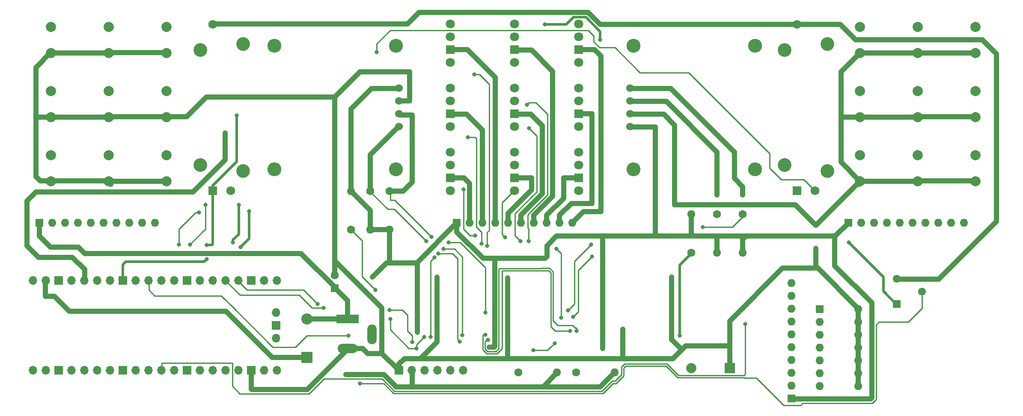
<source format=gbr>
%TF.GenerationSoftware,KiCad,Pcbnew,(5.1.10)-1*%
%TF.CreationDate,2021-07-09T12:12:20-04:00*%
%TF.ProjectId,RICM_pico,5249434d-5f70-4696-936f-2e6b69636164,rev?*%
%TF.SameCoordinates,Original*%
%TF.FileFunction,Copper,L2,Bot*%
%TF.FilePolarity,Positive*%
%FSLAX46Y46*%
G04 Gerber Fmt 4.6, Leading zero omitted, Abs format (unit mm)*
G04 Created by KiCad (PCBNEW (5.1.10)-1) date 2021-07-09 12:12:20*
%MOMM*%
%LPD*%
G01*
G04 APERTURE LIST*
%TA.AperFunction,ComponentPad*%
%ADD10C,1.550000*%
%TD*%
%TA.AperFunction,ComponentPad*%
%ADD11R,1.550000X1.550000*%
%TD*%
%TA.AperFunction,ComponentPad*%
%ADD12C,1.600000*%
%TD*%
%TA.AperFunction,ComponentPad*%
%ADD13R,1.600000X1.600000*%
%TD*%
%TA.AperFunction,ComponentPad*%
%ADD14O,1.600000X1.600000*%
%TD*%
%TA.AperFunction,ComponentPad*%
%ADD15R,2.000000X2.000000*%
%TD*%
%TA.AperFunction,ComponentPad*%
%ADD16C,2.000000*%
%TD*%
%TA.AperFunction,ComponentPad*%
%ADD17C,1.524000*%
%TD*%
%TA.AperFunction,ComponentPad*%
%ADD18C,2.750000*%
%TD*%
%TA.AperFunction,ComponentPad*%
%ADD19R,1.800000X1.800000*%
%TD*%
%TA.AperFunction,ComponentPad*%
%ADD20C,1.800000*%
%TD*%
%TA.AperFunction,ComponentPad*%
%ADD21R,1.700000X1.700000*%
%TD*%
%TA.AperFunction,ComponentPad*%
%ADD22O,1.700000X1.700000*%
%TD*%
%TA.AperFunction,ComponentPad*%
%ADD23R,1.750000X1.750000*%
%TD*%
%TA.AperFunction,ComponentPad*%
%ADD24C,1.750000*%
%TD*%
%TA.AperFunction,ComponentPad*%
%ADD25C,2.700000*%
%TD*%
%TA.AperFunction,ComponentPad*%
%ADD26O,1.800000X4.000000*%
%TD*%
%TA.AperFunction,ComponentPad*%
%ADD27O,4.000000X1.800000*%
%TD*%
%TA.AperFunction,ComponentPad*%
%ADD28R,4.400000X1.800000*%
%TD*%
%TA.AperFunction,ComponentPad*%
%ADD29R,2.200000X2.200000*%
%TD*%
%TA.AperFunction,ComponentPad*%
%ADD30O,2.200000X2.200000*%
%TD*%
%TA.AperFunction,ViaPad*%
%ADD31C,0.800000*%
%TD*%
%TA.AperFunction,Conductor*%
%ADD32C,1.000000*%
%TD*%
%TA.AperFunction,Conductor*%
%ADD33C,0.500000*%
%TD*%
%TA.AperFunction,Conductor*%
%ADD34C,0.250000*%
%TD*%
G04 APERTURE END LIST*
D10*
%TO.P,RV3,2*%
%TO.N,Net-(RV3-Pad2)*%
X235046000Y-110438000D03*
D11*
%TO.P,RV3,1*%
%TO.N,AGND*%
X230046000Y-112938000D03*
D10*
%TO.P,RV3,3*%
%TO.N,+3V3*%
X230046000Y-107938000D03*
%TD*%
D12*
%TO.P,C1,2*%
%TO.N,Earth*%
X118886000Y-107263000D03*
D13*
%TO.P,C1,1*%
%TO.N,+5V*%
X118886000Y-109763000D03*
%TD*%
D12*
%TO.P,R8,1*%
%TO.N,INT1*%
X122096000Y-98168000D03*
D14*
%TO.P,R8,2*%
%TO.N,+5V*%
X122096000Y-90548000D03*
%TD*%
D13*
%TO.P,RN4,1*%
%TO.N,+5V*%
X143016000Y-96858000D03*
D14*
%TO.P,RN4,2*%
%TO.N,Net-(D2-Pad1)*%
X145556000Y-96858000D03*
%TO.P,RN4,3*%
%TO.N,Net-(D3-Pad1)*%
X148096000Y-96858000D03*
%TO.P,RN4,4*%
%TO.N,Net-(D4-Pad1)*%
X150636000Y-96858000D03*
%TO.P,RN4,5*%
%TO.N,Net-(D5-Pad1)*%
X153176000Y-96858000D03*
%TO.P,RN4,6*%
%TO.N,Net-(D6-Pad1)*%
X155716000Y-96858000D03*
%TO.P,RN4,7*%
%TO.N,Net-(D7-Pad1)*%
X158256000Y-96858000D03*
%TO.P,RN4,8*%
%TO.N,Net-(D8-Pad1)*%
X160796000Y-96858000D03*
%TO.P,RN4,9*%
%TO.N,Net-(D9-Pad1)*%
X163336000Y-96858000D03*
%TO.P,RN4,10*%
%TO.N,Net-(D10-Pad1)*%
X165876000Y-96858000D03*
%TD*%
D15*
%TO.P,LS1,1*%
%TO.N,Earth*%
X197006000Y-125638000D03*
D16*
%TO.P,LS1,2*%
%TO.N,Net-(LS1-Pad2)*%
X189406000Y-125638000D03*
%TD*%
D17*
%TO.P,DS2,1*%
%TO.N,+5V*%
X177306000Y-77808000D03*
%TO.P,DS2,2*%
%TO.N,Earth*%
X177306000Y-75268000D03*
%TO.P,DS2,3*%
%TO.N,SCL1*%
X177306000Y-72728000D03*
%TO.P,DS2,4*%
%TO.N,SDA1*%
X177306000Y-70188000D03*
D18*
%TO.P,DS2,*%
%TO.N,*%
X177976000Y-61748000D03*
X177976000Y-86248000D03*
X201976000Y-86248000D03*
X201976000Y-61748000D03*
%TD*%
D17*
%TO.P,DS1,1*%
%TO.N,+5V*%
X131586000Y-70188000D03*
%TO.P,DS1,2*%
%TO.N,Earth*%
X131586000Y-72728000D03*
%TO.P,DS1,3*%
%TO.N,SCL0*%
X131586000Y-75268000D03*
%TO.P,DS1,4*%
%TO.N,SDA0*%
X131586000Y-77808000D03*
D18*
%TO.P,DS1,*%
%TO.N,*%
X130916000Y-86248000D03*
X130916000Y-61748000D03*
X106916000Y-61748000D03*
X106916000Y-86248000D03*
%TD*%
D12*
%TO.P,R7,1*%
%TO.N,INT0*%
X189406000Y-102778000D03*
D14*
%TO.P,R7,2*%
%TO.N,+5V*%
X189406000Y-95158000D03*
%TD*%
D12*
%TO.P,R6,1*%
%TO.N,SDA1*%
X199566000Y-95158000D03*
D14*
%TO.P,R6,2*%
%TO.N,+5V*%
X199566000Y-102778000D03*
%TD*%
D12*
%TO.P,R5,1*%
%TO.N,SCL1*%
X194486000Y-95158000D03*
D14*
%TO.P,R5,2*%
%TO.N,+5V*%
X194486000Y-102778000D03*
%TD*%
D12*
%TO.P,R4,1*%
%TO.N,SDA0*%
X125906000Y-90548000D03*
D14*
%TO.P,R4,2*%
%TO.N,+5V*%
X125906000Y-98168000D03*
%TD*%
D12*
%TO.P,R3,1*%
%TO.N,SCL0*%
X129716000Y-90548000D03*
D14*
%TO.P,R3,2*%
%TO.N,+5V*%
X129716000Y-98168000D03*
%TD*%
D19*
%TO.P,D10,1*%
%TO.N,Net-(D10-Pad1)*%
X167146000Y-62568000D03*
D20*
%TO.P,D10,3*%
%TO.N,Net-(D10-Pad3)*%
X167146000Y-60028000D03*
%TO.P,D10,4*%
%TO.N,Net-(D10-Pad4)*%
X167146000Y-57488000D03*
%TO.P,D10,2*%
%TO.N,Net-(D10-Pad2)*%
X167146000Y-65108000D03*
%TD*%
D19*
%TO.P,D9,1*%
%TO.N,Net-(D9-Pad1)*%
X167146000Y-75268000D03*
D20*
%TO.P,D9,3*%
%TO.N,Net-(D9-Pad3)*%
X167146000Y-72728000D03*
%TO.P,D9,4*%
%TO.N,Net-(D9-Pad4)*%
X167146000Y-70188000D03*
%TO.P,D9,2*%
%TO.N,Net-(D9-Pad2)*%
X167146000Y-77808000D03*
%TD*%
D19*
%TO.P,D8,1*%
%TO.N,Net-(D8-Pad1)*%
X167146000Y-87968000D03*
D20*
%TO.P,D8,3*%
%TO.N,Net-(D8-Pad3)*%
X167146000Y-85428000D03*
%TO.P,D8,4*%
%TO.N,Net-(D8-Pad4)*%
X167146000Y-82888000D03*
%TO.P,D8,2*%
%TO.N,Net-(D8-Pad2)*%
X167146000Y-90508000D03*
%TD*%
D19*
%TO.P,D7,1*%
%TO.N,Net-(D7-Pad1)*%
X154446000Y-62568000D03*
D20*
%TO.P,D7,3*%
%TO.N,Net-(D7-Pad3)*%
X154446000Y-60028000D03*
%TO.P,D7,4*%
%TO.N,Net-(D7-Pad4)*%
X154446000Y-57488000D03*
%TO.P,D7,2*%
%TO.N,Net-(D7-Pad2)*%
X154446000Y-65108000D03*
%TD*%
D19*
%TO.P,D6,1*%
%TO.N,Net-(D6-Pad1)*%
X154446000Y-75268000D03*
D20*
%TO.P,D6,3*%
%TO.N,Net-(D6-Pad3)*%
X154446000Y-72728000D03*
%TO.P,D6,4*%
%TO.N,64*%
X154446000Y-70188000D03*
%TO.P,D6,2*%
%TO.N,Net-(D6-Pad2)*%
X154446000Y-77808000D03*
%TD*%
D19*
%TO.P,D5,1*%
%TO.N,Net-(D5-Pad1)*%
X154446000Y-87968000D03*
D20*
%TO.P,D5,3*%
%TO.N,Net-(D5-Pad3)*%
X154446000Y-85428000D03*
%TO.P,D5,4*%
%TO.N,54*%
X154446000Y-82888000D03*
%TO.P,D5,2*%
%TO.N,52*%
X154446000Y-90508000D03*
%TD*%
D19*
%TO.P,D4,1*%
%TO.N,Net-(D4-Pad1)*%
X141746000Y-62568000D03*
D20*
%TO.P,D4,3*%
%TO.N,Net-(D4-Pad3)*%
X141746000Y-60028000D03*
%TO.P,D4,4*%
%TO.N,Net-(D4-Pad4)*%
X141746000Y-57488000D03*
%TO.P,D4,2*%
%TO.N,42*%
X141746000Y-65108000D03*
%TD*%
D19*
%TO.P,D3,1*%
%TO.N,Net-(D3-Pad1)*%
X141746000Y-75268000D03*
D20*
%TO.P,D3,3*%
%TO.N,Net-(D3-Pad3)*%
X141746000Y-72728000D03*
%TO.P,D3,4*%
%TO.N,Net-(D3-Pad4)*%
X141746000Y-70188000D03*
%TO.P,D3,2*%
%TO.N,Net-(D3-Pad2)*%
X141746000Y-77808000D03*
%TD*%
D19*
%TO.P,D2,1*%
%TO.N,Net-(D2-Pad1)*%
X141746000Y-87968000D03*
D20*
%TO.P,D2,3*%
%TO.N,Net-(D2-Pad3)*%
X141746000Y-85428000D03*
%TO.P,D2,4*%
%TO.N,Net-(D2-Pad4)*%
X141746000Y-82888000D03*
%TO.P,D2,2*%
%TO.N,Net-(D2-Pad2)*%
X141746000Y-90508000D03*
%TD*%
D12*
%TO.P,R2,1*%
%TO.N,Net-(R2-Pad1)*%
X166566000Y-126468000D03*
D14*
%TO.P,R2,2*%
%TO.N,+5V*%
X174186000Y-126468000D03*
%TD*%
D21*
%TO.P,J2,1*%
%TO.N,Earth*%
X131586000Y-126068000D03*
D22*
%TO.P,J2,2*%
%TO.N,+5V*%
X134126000Y-126068000D03*
%TO.P,J2,3*%
%TO.N,GPIO13*%
X136666000Y-126068000D03*
%TO.P,J2,4*%
%TO.N,GPIO12*%
X139206000Y-126068000D03*
%TO.P,J2,5*%
%TO.N,GPIO11*%
X141746000Y-126068000D03*
%TO.P,J2,6*%
%TO.N,GPIO10*%
X144286000Y-126068000D03*
%TD*%
D13*
%TO.P,SW19,1*%
%TO.N,sw19*%
X214757000Y-113919000D03*
D14*
%TO.P,SW19,8*%
%TO.N,Earth*%
X222377000Y-129159000D03*
%TO.P,SW19,2*%
%TO.N,sw20*%
X214757000Y-116459000D03*
%TO.P,SW19,9*%
%TO.N,Earth*%
X222377000Y-126619000D03*
%TO.P,SW19,3*%
%TO.N,sw21*%
X214757000Y-118999000D03*
%TO.P,SW19,10*%
%TO.N,Earth*%
X222377000Y-124079000D03*
%TO.P,SW19,4*%
%TO.N,sw22*%
X214757000Y-121539000D03*
%TO.P,SW19,11*%
%TO.N,Earth*%
X222377000Y-121539000D03*
%TO.P,SW19,5*%
%TO.N,sw23*%
X214757000Y-124079000D03*
%TO.P,SW19,12*%
%TO.N,Earth*%
X222377000Y-118999000D03*
%TO.P,SW19,6*%
%TO.N,sw24*%
X214757000Y-126619000D03*
%TO.P,SW19,13*%
%TO.N,Earth*%
X222377000Y-116459000D03*
%TO.P,SW19,7*%
%TO.N,sw25*%
X214757000Y-129159000D03*
%TO.P,SW19,14*%
%TO.N,Earth*%
X222377000Y-113919000D03*
%TD*%
D16*
%TO.P,SW18,2*%
%TO.N,Earth*%
X85612000Y-63177600D03*
%TO.P,SW18,1*%
%TO.N,sw18*%
X85612000Y-58021400D03*
%TD*%
%TO.P,SW17,2*%
%TO.N,Earth*%
X85612000Y-75877600D03*
%TO.P,SW17,1*%
%TO.N,sw17*%
X85612000Y-70721400D03*
%TD*%
%TO.P,SW16,2*%
%TO.N,Earth*%
X85612000Y-88577600D03*
%TO.P,SW16,1*%
%TO.N,sw16*%
X85612000Y-83421400D03*
%TD*%
%TO.P,SW15,2*%
%TO.N,Earth*%
X74182000Y-63177600D03*
%TO.P,SW15,1*%
%TO.N,sw15*%
X74182000Y-58021400D03*
%TD*%
%TO.P,SW14,2*%
%TO.N,Earth*%
X74182000Y-75877600D03*
%TO.P,SW14,1*%
%TO.N,sw14*%
X74182000Y-70721400D03*
%TD*%
%TO.P,SW13,2*%
%TO.N,Earth*%
X74182000Y-88577600D03*
%TO.P,SW13,1*%
%TO.N,sw13*%
X74182000Y-83421400D03*
%TD*%
%TO.P,SW12,2*%
%TO.N,Earth*%
X62752000Y-63177600D03*
%TO.P,SW12,1*%
%TO.N,sw12*%
X62752000Y-58021400D03*
%TD*%
%TO.P,SW11,2*%
%TO.N,Earth*%
X62752000Y-75877600D03*
%TO.P,SW11,1*%
%TO.N,sw11*%
X62752000Y-70721400D03*
%TD*%
%TO.P,SW10,2*%
%TO.N,Earth*%
X62752000Y-88577600D03*
%TO.P,SW10,1*%
%TO.N,sw10*%
X62752000Y-83421400D03*
%TD*%
D13*
%TO.P,RN3,1*%
%TO.N,+5V*%
X209218000Y-131607000D03*
D14*
%TO.P,RN3,2*%
%TO.N,sw25*%
X209218000Y-129067000D03*
%TO.P,RN3,3*%
%TO.N,sw24*%
X209218000Y-126527000D03*
%TO.P,RN3,4*%
%TO.N,sw23*%
X209218000Y-123987000D03*
%TO.P,RN3,5*%
%TO.N,sw22*%
X209218000Y-121447000D03*
%TO.P,RN3,6*%
%TO.N,sw21*%
X209218000Y-118907000D03*
%TO.P,RN3,7*%
%TO.N,sw20*%
X209218000Y-116367000D03*
%TO.P,RN3,8*%
%TO.N,sw19*%
X209218000Y-113827000D03*
%TO.P,RN3,9*%
%TO.N,Net-(RN3-Pad9)*%
X209218000Y-111287000D03*
%TO.P,RN3,10*%
%TO.N,Net-(RN3-Pad10)*%
X209218000Y-108747000D03*
%TD*%
D13*
%TO.P,RN2,1*%
%TO.N,+5V*%
X60466000Y-96858000D03*
D14*
%TO.P,RN2,2*%
%TO.N,sw18*%
X63006000Y-96858000D03*
%TO.P,RN2,3*%
%TO.N,sw10*%
X65546000Y-96858000D03*
%TO.P,RN2,4*%
%TO.N,sw11*%
X68086000Y-96858000D03*
%TO.P,RN2,5*%
%TO.N,sw12*%
X70626000Y-96858000D03*
%TO.P,RN2,6*%
%TO.N,sw13*%
X73166000Y-96858000D03*
%TO.P,RN2,7*%
%TO.N,sw14*%
X75706000Y-96858000D03*
%TO.P,RN2,8*%
%TO.N,sw15*%
X78246000Y-96858000D03*
%TO.P,RN2,9*%
%TO.N,sw16*%
X80786000Y-96858000D03*
%TO.P,RN2,10*%
%TO.N,sw17*%
X83326000Y-96858000D03*
%TD*%
D12*
%TO.P,R1,1*%
%TO.N,Net-(R1-Pad1)*%
X155136000Y-126468000D03*
D14*
%TO.P,R1,2*%
%TO.N,+5V*%
X162756000Y-126468000D03*
%TD*%
D22*
%TO.P,U1,1*%
%TO.N,Net-(U1-Pad1)*%
X59196000Y-126068000D03*
%TO.P,U1,2*%
%TO.N,Net-(U1-Pad2)*%
X61736000Y-126068000D03*
D21*
%TO.P,U1,3*%
%TO.N,Net-(U1-Pad3)*%
X64276000Y-126068000D03*
D22*
%TO.P,U1,4*%
%TO.N,Net-(U1-Pad4)*%
X66816000Y-126068000D03*
%TO.P,U1,5*%
%TO.N,Net-(U1-Pad5)*%
X69356000Y-126068000D03*
%TO.P,U1,6*%
%TO.N,Net-(U1-Pad6)*%
X71896000Y-126068000D03*
%TO.P,U1,7*%
%TO.N,Net-(U1-Pad7)*%
X74436000Y-126068000D03*
D21*
%TO.P,U1,8*%
%TO.N,Net-(U1-Pad8)*%
X76976000Y-126068000D03*
D22*
%TO.P,U1,9*%
%TO.N,Net-(U1-Pad9)*%
X79516000Y-126068000D03*
%TO.P,U1,10*%
%TO.N,Net-(LS1-Pad2)*%
X82056000Y-126068000D03*
%TO.P,U1,11*%
%TO.N,INT0*%
X84596000Y-126068000D03*
%TO.P,U1,12*%
%TO.N,INT1*%
X87136000Y-126068000D03*
D21*
%TO.P,U1,13*%
%TO.N,Net-(U1-Pad13)*%
X89676000Y-126068000D03*
D22*
%TO.P,U1,14*%
%TO.N,GPIO10*%
X92216000Y-126068000D03*
%TO.P,U1,15*%
%TO.N,GPIO11*%
X94756000Y-126068000D03*
%TO.P,U1,16*%
%TO.N,GPIO12*%
X97296000Y-126068000D03*
%TO.P,U1,17*%
%TO.N,GPIO13*%
X99836000Y-126068000D03*
D21*
%TO.P,U1,18*%
%TO.N,Earth*%
X102376000Y-126068000D03*
D22*
%TO.P,U1,19*%
%TO.N,Net-(U1-Pad19)*%
X104916000Y-126068000D03*
%TO.P,U1,20*%
%TO.N,Net-(U1-Pad20)*%
X107456000Y-126068000D03*
%TO.P,U1,21*%
%TO.N,Net-(U1-Pad21)*%
X107456000Y-108288000D03*
%TO.P,U1,22*%
%TO.N,Net-(U1-Pad22)*%
X104916000Y-108288000D03*
D21*
%TO.P,U1,23*%
%TO.N,Net-(U1-Pad23)*%
X102376000Y-108288000D03*
D22*
%TO.P,U1,24*%
%TO.N,SDA1*%
X99836000Y-108288000D03*
%TO.P,U1,25*%
%TO.N,SCL1*%
X97296000Y-108288000D03*
%TO.P,U1,26*%
%TO.N,SDA0*%
X94756000Y-108288000D03*
%TO.P,U1,27*%
%TO.N,SCL0*%
X92216000Y-108288000D03*
D21*
%TO.P,U1,28*%
%TO.N,Net-(U1-Pad28)*%
X89676000Y-108288000D03*
D22*
%TO.P,U1,29*%
%TO.N,Net-(U1-Pad29)*%
X87136000Y-108288000D03*
%TO.P,U1,30*%
%TO.N,Net-(U1-Pad30)*%
X84596000Y-108288000D03*
%TO.P,U1,31*%
%TO.N,Net-(RV3-Pad2)*%
X82056000Y-108288000D03*
%TO.P,U1,32*%
%TO.N,Net-(RV2-Pad2)*%
X79516000Y-108288000D03*
D21*
%TO.P,U1,33*%
%TO.N,AGND*%
X76976000Y-108288000D03*
D22*
%TO.P,U1,34*%
%TO.N,Net-(RV1-Pad2)*%
X74436000Y-108288000D03*
%TO.P,U1,35*%
%TO.N,Net-(U1-Pad35)*%
X71896000Y-108288000D03*
%TO.P,U1,36*%
%TO.N,+3V3*%
X69356000Y-108288000D03*
%TO.P,U1,37*%
%TO.N,Net-(U1-Pad37)*%
X66816000Y-108288000D03*
D21*
%TO.P,U1,38*%
%TO.N,Net-(U1-Pad38)*%
X64276000Y-108288000D03*
D22*
%TO.P,U1,39*%
%TO.N,Net-(D1-Pad1)*%
X61736000Y-108288000D03*
%TO.P,U1,40*%
%TO.N,Net-(U1-Pad40)*%
X59196000Y-108288000D03*
%TO.P,U1,41*%
%TO.N,Net-(U1-Pad41)*%
X107226000Y-119718000D03*
D21*
%TO.P,U1,42*%
%TO.N,Net-(U1-Pad42)*%
X107226000Y-117178000D03*
D22*
%TO.P,U1,43*%
%TO.N,Net-(U1-Pad43)*%
X107226000Y-114638000D03*
%TD*%
D16*
%TO.P,SW9,2*%
%TO.N,Earth*%
X245632000Y-63177600D03*
%TO.P,SW9,1*%
%TO.N,sw9*%
X245632000Y-58021400D03*
%TD*%
%TO.P,SW8,2*%
%TO.N,Earth*%
X245632000Y-75877600D03*
%TO.P,SW8,1*%
%TO.N,sw8*%
X245632000Y-70721400D03*
%TD*%
%TO.P,SW7,2*%
%TO.N,Earth*%
X245632000Y-88577600D03*
%TO.P,SW7,1*%
%TO.N,sw7*%
X245632000Y-83421400D03*
%TD*%
%TO.P,SW6,2*%
%TO.N,Earth*%
X234202000Y-63177600D03*
%TO.P,SW6,1*%
%TO.N,sw6*%
X234202000Y-58021400D03*
%TD*%
%TO.P,SW5,2*%
%TO.N,Earth*%
X234202000Y-75877600D03*
%TO.P,SW5,1*%
%TO.N,sw5*%
X234202000Y-70721400D03*
%TD*%
%TO.P,SW4,2*%
%TO.N,Earth*%
X234202000Y-88577600D03*
%TO.P,SW4,1*%
%TO.N,sw4*%
X234202000Y-83421400D03*
%TD*%
%TO.P,SW3,2*%
%TO.N,Earth*%
X222772000Y-63177600D03*
%TO.P,SW3,1*%
%TO.N,sw3*%
X222772000Y-58021400D03*
%TD*%
%TO.P,SW2,2*%
%TO.N,Earth*%
X222772000Y-75877600D03*
%TO.P,SW2,1*%
%TO.N,sw2*%
X222772000Y-70721400D03*
%TD*%
%TO.P,SW1,2*%
%TO.N,Earth*%
X222772000Y-88577600D03*
%TO.P,SW1,1*%
%TO.N,sw1*%
X222772000Y-83421400D03*
%TD*%
D23*
%TO.P,RV2,1*%
%TO.N,AGND*%
X210326000Y-90508000D03*
D24*
%TO.P,RV2,2*%
%TO.N,Net-(RV2-Pad2)*%
X213826000Y-90508000D03*
%TO.P,RV2,3*%
%TO.N,+3V3*%
X210326000Y-57508000D03*
D25*
%TO.P,RV2,MP*%
%TO.N,N/C*%
X207876000Y-85408000D03*
X207876000Y-62608000D03*
X216276000Y-86608000D03*
X216276000Y-61408000D03*
%TD*%
D23*
%TO.P,RV1,1*%
%TO.N,AGND*%
X94756000Y-90508000D03*
D24*
%TO.P,RV1,2*%
%TO.N,Net-(RV1-Pad2)*%
X98256000Y-90508000D03*
%TO.P,RV1,3*%
%TO.N,+3V3*%
X94756000Y-57508000D03*
D25*
%TO.P,RV1,MP*%
%TO.N,N/C*%
X92306000Y-85408000D03*
X92306000Y-62608000D03*
X100706000Y-86608000D03*
X100706000Y-61408000D03*
%TD*%
D13*
%TO.P,RN1,1*%
%TO.N,+5V*%
X220486000Y-96858000D03*
D14*
%TO.P,RN1,2*%
%TO.N,sw1*%
X223026000Y-96858000D03*
%TO.P,RN1,3*%
%TO.N,sw2*%
X225566000Y-96858000D03*
%TO.P,RN1,4*%
%TO.N,sw3*%
X228106000Y-96858000D03*
%TO.P,RN1,5*%
%TO.N,sw4*%
X230646000Y-96858000D03*
%TO.P,RN1,6*%
%TO.N,sw5*%
X233186000Y-96858000D03*
%TO.P,RN1,7*%
%TO.N,sw6*%
X235726000Y-96858000D03*
%TO.P,RN1,8*%
%TO.N,sw7*%
X238266000Y-96858000D03*
%TO.P,RN1,9*%
%TO.N,sw8*%
X240806000Y-96858000D03*
%TO.P,RN1,10*%
%TO.N,sw9*%
X243346000Y-96858000D03*
%TD*%
D26*
%TO.P,J1,3*%
%TO.N,N/C*%
X126226000Y-118908000D03*
D27*
%TO.P,J1,2*%
%TO.N,Earth*%
X121426000Y-121708000D03*
D28*
%TO.P,J1,1*%
%TO.N,+5V*%
X121426000Y-115908000D03*
%TD*%
D29*
%TO.P,D1,1*%
%TO.N,Net-(D1-Pad1)*%
X113333000Y-123479000D03*
D30*
%TO.P,D1,2*%
%TO.N,+5V*%
X113333000Y-115859000D03*
%TD*%
D31*
%TO.N,+5V*%
X121080000Y-126908000D03*
X135177000Y-118526000D03*
X126287000Y-107604000D03*
X171880000Y-121701000D03*
X149401000Y-121447000D03*
%TO.N,Earth*%
X139114000Y-107604000D03*
X139114000Y-120431000D03*
X185469000Y-107731000D03*
X185469000Y-119161000D03*
X214044000Y-101889000D03*
X214044000Y-97317000D03*
X175817000Y-117891000D03*
X153084000Y-120431000D03*
X153084000Y-107731000D03*
%TO.N,Net-(RV1-Pad2)*%
X91997000Y-94777000D03*
X88060000Y-101127000D03*
%TO.N,Net-(RV2-Pad2)*%
X90219000Y-101127000D03*
X93267000Y-93253000D03*
X127176000Y-63027000D03*
%TO.N,Net-(D2-Pad4)*%
X148639000Y-114589000D03*
X141400000Y-100746000D03*
%TO.N,Net-(D4-Pad4)*%
X149020000Y-101381000D03*
X146480000Y-67472000D03*
%TO.N,Net-(D4-Pad3)*%
X145210000Y-79918000D03*
X147877000Y-101000000D03*
%TO.N,Net-(D6-Pad3)*%
X155624000Y-100492000D03*
X157275000Y-78140000D03*
%TO.N,Net-(D6-Pad2)*%
X157205990Y-100422990D03*
X156894000Y-73441000D03*
%TO.N,Net-(D7-Pad4)*%
X163625000Y-115605000D03*
X162736000Y-102016000D03*
%TO.N,SDA0*%
X166673000Y-118272000D03*
X149147000Y-120050000D03*
X143608000Y-120353000D03*
X139368000Y-102905000D03*
X136955000Y-100492000D03*
X99871000Y-93253000D03*
X98728000Y-100746000D03*
%TO.N,SCL0*%
X165403000Y-118272000D03*
X148639000Y-119034000D03*
X144116000Y-119083000D03*
X140384000Y-102016000D03*
X137971000Y-99603000D03*
X101903000Y-94523000D03*
X100252000Y-101635000D03*
%TO.N,SDA1*%
X199566000Y-91348000D03*
X191692000Y-97698000D03*
X169594000Y-101127000D03*
X165022000Y-114208000D03*
X134161000Y-120431000D03*
X129716000Y-114081000D03*
X115492000Y-112938000D03*
%TO.N,SCL1*%
X194486000Y-91348000D03*
X169721000Y-103540000D03*
X166038000Y-115478000D03*
X162355000Y-120685000D03*
X158164000Y-122082000D03*
X135050000Y-121701000D03*
X136574000Y-119415000D03*
X129843000Y-115859000D03*
X116635000Y-113700000D03*
%TO.N,INT0*%
X187120000Y-119161000D03*
X200074000Y-116875000D03*
%TO.N,INT1*%
X137844000Y-119415000D03*
X138606000Y-103667000D03*
X126922000Y-110144000D03*
%TO.N,AGND*%
X93521000Y-101254000D03*
X93521000Y-104048000D03*
X99490000Y-75600000D03*
X160450000Y-57566000D03*
X171372000Y-60614000D03*
X220521000Y-100746000D03*
%TO.N,+3V3*%
X97204000Y-79029000D03*
%TO.N,Net-(RV3-Pad2)*%
X123874000Y-128686000D03*
X121588000Y-119161000D03*
%TO.N,52*%
X152576000Y-99730000D03*
%TO.N,34*%
X146607000Y-99349000D03*
X144321000Y-90205000D03*
%TD*%
D32*
%TO.N,+5V*%
X121426000Y-115908000D02*
X113284000Y-115908000D01*
X121426000Y-115908000D02*
X121426000Y-112268000D01*
X60466000Y-96858000D02*
X60466000Y-99441000D01*
X60466000Y-99441000D02*
X62660000Y-101635000D01*
X121080000Y-126908000D02*
X128573000Y-126908000D01*
X128573000Y-126908000D02*
X130859000Y-129194000D01*
X130859000Y-129194000D02*
X130986000Y-129321000D01*
X130986000Y-129321000D02*
X134161000Y-129321000D01*
X134161000Y-129321000D02*
X134161000Y-126146000D01*
X135177000Y-118526000D02*
X135177000Y-104683000D01*
X135177000Y-104683000D02*
X142924000Y-96936000D01*
X210361000Y-99476000D02*
X217854000Y-99476000D01*
X217854000Y-99476000D02*
X220521000Y-96809000D01*
X217776000Y-99554000D02*
X217854000Y-99476000D01*
X126287000Y-107604000D02*
X129081000Y-104810000D01*
X135050000Y-104810000D02*
X135177000Y-104683000D01*
X171880000Y-99476000D02*
X171880000Y-121701000D01*
X171880000Y-121701000D02*
X171880000Y-121701000D01*
X134161000Y-129321000D02*
X159942000Y-129321000D01*
X159942000Y-129321000D02*
X160069000Y-129321000D01*
X162736000Y-126654000D02*
X160069000Y-129321000D01*
X160069000Y-129321000D02*
X171372000Y-129321000D01*
X171372000Y-129321000D02*
X174166000Y-126527000D01*
X182294000Y-99476000D02*
X182294000Y-77886000D01*
X171880000Y-99476000D02*
X182294000Y-99476000D01*
X182294000Y-99476000D02*
X185088000Y-99476000D01*
X182294000Y-77886000D02*
X177341000Y-77886000D01*
X217776000Y-99554000D02*
X217776000Y-105367000D01*
X217776000Y-105367000D02*
X225093000Y-112684000D01*
X225093000Y-112684000D02*
X225093000Y-131480000D01*
X225093000Y-131480000D02*
X224839000Y-131734000D01*
X224839000Y-131734000D02*
X209091000Y-131734000D01*
X129716000Y-98168000D02*
X129716000Y-104810000D01*
X129716000Y-104810000D02*
X135050000Y-104810000D01*
X129081000Y-104810000D02*
X129716000Y-104810000D01*
X129716000Y-98168000D02*
X125944000Y-98168000D01*
X125944000Y-98168000D02*
X125906000Y-98206000D01*
X125906000Y-98168000D02*
X125906000Y-94396000D01*
X125906000Y-94396000D02*
X122096000Y-90586000D01*
X131367000Y-70266000D02*
X131494000Y-70266000D01*
X126160000Y-70266000D02*
X131367000Y-70266000D01*
X122096000Y-74330000D02*
X126160000Y-70266000D01*
X122096000Y-90548000D02*
X122096000Y-74330000D01*
X189406000Y-95158000D02*
X189406000Y-99476000D01*
X185088000Y-99476000D02*
X189406000Y-99476000D01*
X189406000Y-99476000D02*
X193978000Y-99476000D01*
X197788000Y-99476000D02*
X199185000Y-99476000D01*
X194740000Y-99476000D02*
X197788000Y-99476000D01*
X193978000Y-99476000D02*
X194740000Y-99476000D01*
X194486000Y-99730000D02*
X194740000Y-99476000D01*
X194486000Y-102778000D02*
X194486000Y-99730000D01*
X199566000Y-100111000D02*
X200201000Y-99476000D01*
X199566000Y-102778000D02*
X199566000Y-100111000D01*
X200201000Y-99476000D02*
X210361000Y-99476000D01*
X199185000Y-99476000D02*
X200201000Y-99476000D01*
X150417000Y-121447000D02*
X149401000Y-121447000D01*
X149401000Y-121447000D02*
X149401000Y-121447000D01*
X160831000Y-101381000D02*
X160831000Y-103540000D01*
X162736000Y-99476000D02*
X160831000Y-101381000D01*
X171880000Y-99476000D02*
X162736000Y-99476000D01*
X150480990Y-121256010D02*
X150480990Y-103857010D01*
X150417000Y-121320000D02*
X150480990Y-121256010D01*
X150417000Y-121447000D02*
X150417000Y-121320000D01*
X143016000Y-98679000D02*
X143016000Y-96858000D01*
X148194010Y-103857010D02*
X143016000Y-98679000D01*
X150480990Y-103857010D02*
X148194010Y-103857010D01*
X160513990Y-103857010D02*
X160831000Y-103540000D01*
X150480990Y-103857010D02*
X160513990Y-103857010D01*
X118843000Y-109558000D02*
X112190000Y-102905000D01*
X68167070Y-101635000D02*
X62660000Y-101635000D01*
X69437070Y-102905000D02*
X68167070Y-101635000D01*
X112190000Y-102905000D02*
X69437070Y-102905000D01*
X118921000Y-109763000D02*
X121426000Y-112268000D01*
X118886000Y-109763000D02*
X118921000Y-109763000D01*
%TO.N,Earth*%
X121426000Y-121708000D02*
X124389000Y-121708000D01*
X124389000Y-121708000D02*
X125398000Y-122717000D01*
X125398000Y-122717000D02*
X128192000Y-122717000D01*
X128192000Y-122717000D02*
X131367000Y-125892000D01*
X128192000Y-122717000D02*
X128192000Y-113700000D01*
X128192000Y-113700000D02*
X119048000Y-104556000D01*
X131586000Y-126068000D02*
X131586000Y-124784000D01*
X131586000Y-124784000D02*
X132637000Y-123733000D01*
X135812000Y-123733000D02*
X137378999Y-122166001D01*
X132637000Y-123733000D02*
X135812000Y-123733000D01*
X137378999Y-122166001D02*
X138987000Y-120558000D01*
X138987000Y-120558000D02*
X139114000Y-120431000D01*
X139114000Y-120431000D02*
X139114000Y-107604000D01*
X139114000Y-120431000D02*
X139114000Y-120431000D01*
X102376000Y-126068000D02*
X102376000Y-129794000D01*
X102376000Y-129794000D02*
X102411000Y-129829000D01*
X102411000Y-129829000D02*
X113460000Y-129829000D01*
X113460000Y-129829000D02*
X121715000Y-121574000D01*
X74549000Y-89238000D02*
X74500000Y-89189000D01*
X187247000Y-122209000D02*
X187247000Y-121701000D01*
X185723000Y-123733000D02*
X187247000Y-122209000D01*
X187247000Y-121701000D02*
X185469000Y-119923000D01*
X185469000Y-119923000D02*
X185469000Y-119161000D01*
X185469000Y-107731000D02*
X185469000Y-107604000D01*
X185469000Y-119161000D02*
X185469000Y-107731000D01*
X214044000Y-101889000D02*
X214044000Y-101889000D01*
X214044000Y-97317000D02*
X222172000Y-89189000D01*
X222172000Y-89189000D02*
X222680000Y-89189000D01*
X135812000Y-123733000D02*
X153084000Y-123733000D01*
X175817000Y-123733000D02*
X175817000Y-117891000D01*
X153084000Y-123733000D02*
X175817000Y-123733000D01*
X175817000Y-123733000D02*
X185723000Y-123733000D01*
X175817000Y-117891000D02*
X175817000Y-117891000D01*
X118886000Y-71952000D02*
X123874000Y-66964000D01*
X123874000Y-66964000D02*
X133653000Y-66964000D01*
X133653000Y-66964000D02*
X133653000Y-72679000D01*
X133653000Y-72679000D02*
X131748000Y-72679000D01*
X214044000Y-97317000D02*
X209980000Y-93253000D01*
X209980000Y-93253000D02*
X186104000Y-93253000D01*
X186104000Y-93253000D02*
X186104000Y-77505000D01*
X186104000Y-77505000D02*
X183945000Y-75346000D01*
X183945000Y-75346000D02*
X177341000Y-75346000D01*
X214044000Y-105826000D02*
X214044000Y-101889000D01*
X207440000Y-105826000D02*
X214044000Y-105826000D01*
X197006000Y-116260000D02*
X207440000Y-105826000D01*
X214044000Y-105826000D02*
X214425000Y-105826000D01*
X214425000Y-105826000D02*
X222426000Y-113827000D01*
X222426000Y-113827000D02*
X222426000Y-116621000D01*
X222426000Y-116621000D02*
X222426000Y-119034000D01*
X222426000Y-119034000D02*
X222426000Y-121574000D01*
X222426000Y-121574000D02*
X222426000Y-123860000D01*
X222426000Y-123860000D02*
X222426000Y-126781000D01*
X222426000Y-126781000D02*
X222426000Y-129194000D01*
X196772000Y-121193000D02*
X197006000Y-120959000D01*
X188263000Y-121193000D02*
X196772000Y-121193000D01*
X187247000Y-122209000D02*
X188263000Y-121193000D01*
X197006000Y-120959000D02*
X197006000Y-116260000D01*
X197006000Y-125638000D02*
X197006000Y-120959000D01*
X153084000Y-123733000D02*
X153084000Y-120431000D01*
X153084000Y-120431000D02*
X153084000Y-107731000D01*
X153084000Y-107731000D02*
X153084000Y-107731000D01*
X222772000Y-88577600D02*
X234340400Y-88577600D01*
X234340400Y-88577600D02*
X234364000Y-88554000D01*
X234364000Y-88554000D02*
X245794000Y-88554000D01*
X222772000Y-88577600D02*
X218997000Y-84802600D01*
X218997000Y-66964000D02*
X222680000Y-63281000D01*
X222772000Y-63177600D02*
X234340400Y-63177600D01*
X234340400Y-63177600D02*
X234364000Y-63154000D01*
X234202000Y-63177600D02*
X245516400Y-63177600D01*
X219274600Y-75877600D02*
X218997000Y-75600000D01*
X222772000Y-75877600D02*
X219274600Y-75877600D01*
X218997000Y-75600000D02*
X218997000Y-66964000D01*
X218997000Y-84802600D02*
X218997000Y-75600000D01*
X222772000Y-75877600D02*
X234213400Y-75877600D01*
X234213400Y-75877600D02*
X234237000Y-75854000D01*
X234237000Y-75854000D02*
X245667000Y-75854000D01*
X85612000Y-88577600D02*
X74240600Y-88577600D01*
X74240600Y-88577600D02*
X74217000Y-88554000D01*
X74217000Y-88554000D02*
X60628000Y-88554000D01*
X60628000Y-88554000D02*
X59739000Y-87665000D01*
X59739000Y-66075000D02*
X62660000Y-63154000D01*
X59969400Y-75877600D02*
X59739000Y-76108000D01*
X62752000Y-75877600D02*
X59969400Y-75877600D01*
X59739000Y-76108000D02*
X59739000Y-66075000D01*
X59739000Y-87665000D02*
X59739000Y-76108000D01*
X62752000Y-75877600D02*
X74066400Y-75877600D01*
X74066400Y-75877600D02*
X74090000Y-75854000D01*
X74090000Y-75854000D02*
X85647000Y-75854000D01*
X62752000Y-63177600D02*
X74113600Y-63177600D01*
X74113600Y-63177600D02*
X74137200Y-63154000D01*
X74137200Y-63154000D02*
X85774000Y-63154000D01*
X118886000Y-71952000D02*
X93486000Y-71952000D01*
X93486000Y-71952000D02*
X89584000Y-75854000D01*
X89584000Y-75854000D02*
X85520000Y-75854000D01*
X118886000Y-104723000D02*
X118886000Y-104013000D01*
X118886000Y-104013000D02*
X118886000Y-71952000D01*
X118886000Y-104558000D02*
X118886000Y-104013000D01*
X118886000Y-107263000D02*
X118886000Y-104558000D01*
D33*
%TO.N,Net-(RV1-Pad2)*%
X88060000Y-101127000D02*
X88060000Y-101127000D01*
D34*
X91997000Y-94777000D02*
X91362000Y-94777000D01*
X88060000Y-98079000D02*
X88060000Y-101127000D01*
X91362000Y-94777000D02*
X88060000Y-98079000D01*
%TO.N,Net-(RV2-Pad2)*%
X90219000Y-101127000D02*
X92886000Y-98460000D01*
X92886000Y-98460000D02*
X93013000Y-98333000D01*
X93013000Y-98333000D02*
X93267000Y-98079000D01*
X93267000Y-98079000D02*
X93267000Y-93253000D01*
X93267000Y-93253000D02*
X93267000Y-93253000D01*
X127176000Y-63027000D02*
X127176000Y-61884000D01*
X127176000Y-61884000D02*
X127176000Y-61376000D01*
X129838999Y-58713001D02*
X142928001Y-58713001D01*
X127176000Y-61376000D02*
X129838999Y-58713001D01*
X142928001Y-58713001D02*
X142932002Y-58709000D01*
X153857999Y-58713001D02*
X155746999Y-58713001D01*
X153853998Y-58709000D02*
X153857999Y-58713001D01*
X142932002Y-58709000D02*
X153853998Y-58709000D01*
X155746999Y-58713001D02*
X155751000Y-58709000D01*
X166557999Y-58713001D02*
X168954999Y-58713001D01*
X166553998Y-58709000D02*
X166557999Y-58713001D01*
X155751000Y-58709000D02*
X166553998Y-58709000D01*
X168954999Y-58713001D02*
X170102000Y-59860002D01*
X170102000Y-59860002D02*
X170102000Y-60995000D01*
X170102000Y-60995000D02*
X171245000Y-62138000D01*
X171245000Y-62138000D02*
X174293000Y-62138000D01*
X174293000Y-62138000D02*
X179246000Y-67091000D01*
X179246000Y-67091000D02*
X188898000Y-67091000D01*
X188898000Y-67091000D02*
X204900000Y-83093000D01*
X204900000Y-83093000D02*
X204900000Y-86014000D01*
X204900000Y-86014000D02*
X207186000Y-88300000D01*
X207186000Y-88300000D02*
X211631000Y-88300000D01*
X211631000Y-88300000D02*
X213917000Y-90586000D01*
%TO.N,Net-(D2-Pad4)*%
X141400000Y-100746000D02*
X141400000Y-100746000D01*
X143686000Y-100746000D02*
X141400000Y-100746000D01*
X148639000Y-105699000D02*
X143686000Y-100746000D01*
X148639000Y-114589000D02*
X148639000Y-105699000D01*
D32*
%TO.N,Net-(D2-Pad1)*%
X145556000Y-96858000D02*
X145556000Y-89027000D01*
X145556000Y-89027000D02*
X144448000Y-87919000D01*
X144448000Y-87919000D02*
X141781000Y-87919000D01*
%TO.N,Net-(D3-Pad1)*%
X148096000Y-96858000D02*
X148096000Y-78486000D01*
X148096000Y-78486000D02*
X144956000Y-75346000D01*
X144956000Y-75346000D02*
X141781000Y-75346000D01*
D34*
%TO.N,Net-(D4-Pad4)*%
X149020000Y-101381000D02*
X149020000Y-98714000D01*
X149020000Y-98714000D02*
X149401000Y-98333000D01*
X149401000Y-98333000D02*
X149401000Y-94142000D01*
X149401000Y-94142000D02*
X149401000Y-83093000D01*
X149401000Y-83093000D02*
X149401000Y-71790000D01*
X149401000Y-71790000D02*
X149401000Y-69377000D01*
X149401000Y-69377000D02*
X147496000Y-67472000D01*
X147496000Y-67472000D02*
X146480000Y-67472000D01*
X146480000Y-67472000D02*
X146480000Y-67472000D01*
%TO.N,Net-(D4-Pad3)*%
X145210000Y-79918000D02*
X145210000Y-79918000D01*
X146607000Y-79918000D02*
X145210000Y-79918000D01*
X146861000Y-80172000D02*
X146607000Y-79918000D01*
X147877000Y-101000000D02*
X147877000Y-98714000D01*
X147877000Y-98714000D02*
X146861000Y-97698000D01*
X146861000Y-97698000D02*
X146861000Y-80172000D01*
D32*
%TO.N,Net-(D4-Pad1)*%
X150636000Y-96858000D02*
X150636000Y-68072000D01*
X150636000Y-68072000D02*
X145083000Y-62519000D01*
X145083000Y-62519000D02*
X141908000Y-62519000D01*
%TO.N,Net-(D5-Pad1)*%
X153176000Y-96858000D02*
X153176000Y-94939000D01*
X153176000Y-94939000D02*
X157783000Y-90332000D01*
X157783000Y-90332000D02*
X157783000Y-87919000D01*
X157783000Y-87919000D02*
X154354000Y-87919000D01*
D34*
%TO.N,Net-(D6-Pad3)*%
X155624000Y-100492000D02*
X154481000Y-99349000D01*
X154481000Y-99349000D02*
X154481000Y-95920000D01*
X154481000Y-95920000D02*
X154481000Y-95031000D01*
X154481000Y-95031000D02*
X157910000Y-91602000D01*
X157910000Y-91602000D02*
X158799000Y-90713000D01*
X158799000Y-90713000D02*
X158799000Y-87030000D01*
X158799000Y-87030000D02*
X158799000Y-79664000D01*
X158799000Y-79664000D02*
X157275000Y-78140000D01*
X157275000Y-78140000D02*
X157275000Y-78140000D01*
%TO.N,Net-(D6-Pad2)*%
X157205990Y-100422990D02*
X157205990Y-98009990D01*
X157205990Y-98009990D02*
X157021000Y-97825000D01*
X157021000Y-97825000D02*
X157021000Y-95412000D01*
X157021000Y-95412000D02*
X157021000Y-95285000D01*
X157021000Y-95285000D02*
X157275000Y-95031000D01*
X157275000Y-95031000D02*
X157402000Y-94904000D01*
X157402000Y-94904000D02*
X160958000Y-91348000D01*
X160958000Y-91348000D02*
X160958000Y-75346000D01*
X160958000Y-75346000D02*
X159565001Y-73953001D01*
X159565001Y-73953001D02*
X158672000Y-73060000D01*
X158672000Y-73060000D02*
X157275000Y-73060000D01*
X157275000Y-73060000D02*
X156894000Y-73441000D01*
X156894000Y-73441000D02*
X156894000Y-73441000D01*
D32*
%TO.N,Net-(D6-Pad1)*%
X155716000Y-96858000D02*
X155716000Y-95320000D01*
X155716000Y-95320000D02*
X159942000Y-91094000D01*
X159942000Y-91094000D02*
X159942000Y-77632000D01*
X159942000Y-77632000D02*
X157656000Y-75346000D01*
X157656000Y-75346000D02*
X154481000Y-75346000D01*
D34*
%TO.N,Net-(D7-Pad4)*%
X163625000Y-115605000D02*
X163625000Y-102905000D01*
X163625000Y-102905000D02*
X162736000Y-102016000D01*
X162736000Y-102016000D02*
X162736000Y-102016000D01*
D32*
%TO.N,Net-(D7-Pad1)*%
X158256000Y-96858000D02*
X158256000Y-95447000D01*
X158256000Y-95447000D02*
X158256000Y-95320000D01*
X158256000Y-95320000D02*
X161974000Y-91602000D01*
X161974000Y-91602000D02*
X161974000Y-66837000D01*
X161974000Y-66837000D02*
X157783000Y-62646000D01*
X157783000Y-62646000D02*
X154608000Y-62646000D01*
%TO.N,Net-(D8-Pad1)*%
X160796000Y-96858000D02*
X160796000Y-95320000D01*
X160796000Y-95320000D02*
X164133000Y-91983000D01*
X164133000Y-91983000D02*
X164133000Y-87919000D01*
X164133000Y-87919000D02*
X166927000Y-87919000D01*
%TO.N,Net-(D9-Pad1)*%
X163336000Y-96858000D02*
X163336000Y-95320000D01*
X163336000Y-95320000D02*
X165657000Y-92999000D01*
X165657000Y-92999000D02*
X167023002Y-92999000D01*
X167023002Y-92999000D02*
X169721000Y-92999000D01*
X169721000Y-92999000D02*
X169721000Y-75219000D01*
X169721000Y-75219000D02*
X167181000Y-75219000D01*
%TO.N,Net-(D10-Pad1)*%
X165876000Y-96858000D02*
X168084000Y-94650000D01*
X168084000Y-94650000D02*
X169767070Y-94650000D01*
X169767070Y-94650000D02*
X171499000Y-94650000D01*
X171499000Y-94650000D02*
X171499000Y-63789000D01*
X171499000Y-63789000D02*
X170229000Y-62519000D01*
X170229000Y-62519000D02*
X167181000Y-62519000D01*
%TO.N,Net-(D1-Pad1)*%
X73074000Y-114335000D02*
X66343000Y-114335000D01*
X66343000Y-114335000D02*
X63422000Y-111414000D01*
X63422000Y-111414000D02*
X61644000Y-111414000D01*
X61644000Y-111414000D02*
X61644000Y-108366000D01*
X73074000Y-114335000D02*
X97331000Y-114335000D01*
X97331000Y-114335000D02*
X106475000Y-123479000D01*
X106475000Y-123479000D02*
X113841000Y-123479000D01*
%TO.N,SDA0*%
X125906000Y-90548000D02*
X125906000Y-83347000D01*
X125906000Y-83347000D02*
X131494000Y-77759000D01*
D34*
X166673000Y-118272000D02*
X166673000Y-117637000D01*
X148575990Y-121788730D02*
X148575990Y-120367010D01*
X149059270Y-122272010D02*
X148575990Y-121788730D01*
X151306000Y-121724740D02*
X150758730Y-122272010D01*
X150758730Y-122272010D02*
X149059270Y-122272010D01*
X151306000Y-120304000D02*
X151306000Y-121724740D01*
X148575990Y-120367010D02*
X148893000Y-120050000D01*
X148893000Y-120050000D02*
X149147000Y-120050000D01*
X149147000Y-120050000D02*
X149147000Y-120050000D01*
X166673000Y-117637000D02*
X166419000Y-117637000D01*
X166419000Y-117637000D02*
X165911000Y-117129000D01*
X162990000Y-117129000D02*
X162043010Y-116182010D01*
X165911000Y-117129000D02*
X162990000Y-117129000D01*
X162043009Y-106528599D02*
X161340410Y-105826000D01*
X162043010Y-116182010D02*
X162043009Y-106528599D01*
X151375010Y-105883990D02*
X151306000Y-105953000D01*
X159630010Y-105883990D02*
X151375010Y-105883990D01*
X159688000Y-105826000D02*
X159630010Y-105883990D01*
X161340410Y-105826000D02*
X159688000Y-105826000D01*
X151306000Y-105953000D02*
X151306000Y-120304000D01*
X143608000Y-120353000D02*
X143178000Y-119923000D01*
X143178000Y-119923000D02*
X143178000Y-103921000D01*
X143178000Y-103921000D02*
X142162000Y-102905000D01*
X142162000Y-102905000D02*
X139368000Y-102905000D01*
X139368000Y-102905000D02*
X139368000Y-102905000D01*
X136955000Y-100492000D02*
X130605000Y-94142000D01*
X130605000Y-94142000D02*
X129335000Y-94142000D01*
X129335000Y-94142000D02*
X125906000Y-90713000D01*
D33*
X99871000Y-93253000D02*
X99871000Y-99095000D01*
X99871000Y-99095000D02*
X98728000Y-100238000D01*
X98728000Y-100238000D02*
X98728000Y-100746000D01*
X98728000Y-100746000D02*
X98728000Y-100746000D01*
D32*
%TO.N,SCL0*%
X129716000Y-90548000D02*
X132421000Y-90548000D01*
X132421000Y-90548000D02*
X134161000Y-88808000D01*
X134161000Y-88808000D02*
X134161000Y-75473000D01*
X134161000Y-75473000D02*
X131748000Y-75473000D01*
X131748000Y-75473000D02*
X131621000Y-75346000D01*
D34*
X148125980Y-121975130D02*
X148125980Y-119166020D01*
X148872874Y-122722024D02*
X148125980Y-121975130D01*
X150945125Y-122722024D02*
X148872874Y-122722024D01*
X151941000Y-121726150D02*
X150945125Y-122722024D01*
X151941000Y-111033000D02*
X151941000Y-121726150D01*
X148125980Y-119166020D02*
X148258000Y-119034000D01*
X148258000Y-119034000D02*
X148639000Y-119034000D01*
X148639000Y-119034000D02*
X148639000Y-119034000D01*
X161212000Y-106334000D02*
X151941000Y-106334000D01*
X161593000Y-106715000D02*
X161212000Y-106334000D01*
X161593000Y-117383000D02*
X161593000Y-106715000D01*
X162482000Y-118272000D02*
X161593000Y-117383000D01*
X165403000Y-118272000D02*
X162482000Y-118272000D01*
X151941000Y-106334000D02*
X151941000Y-111033000D01*
X144116000Y-119083000D02*
X144116000Y-103589000D01*
X144116000Y-103589000D02*
X142543000Y-102016000D01*
X142543000Y-102016000D02*
X140384000Y-102016000D01*
X140384000Y-102016000D02*
X140384000Y-102016000D01*
X137971000Y-99603000D02*
X130732000Y-92364000D01*
X130732000Y-92364000D02*
X129843000Y-92364000D01*
X129843000Y-92364000D02*
X129843000Y-90713000D01*
D33*
X101903000Y-94523000D02*
X101903000Y-99984000D01*
X101903000Y-99984000D02*
X100252000Y-101635000D01*
X100252000Y-101635000D02*
X100252000Y-101635000D01*
D32*
%TO.N,SDA1*%
X199566000Y-91348000D02*
X199566000Y-89697000D01*
X199566000Y-89697000D02*
X197915000Y-88046000D01*
X197915000Y-88046000D02*
X197915000Y-82839000D01*
X197915000Y-82839000D02*
X185342000Y-70266000D01*
X185342000Y-70266000D02*
X177214000Y-70266000D01*
D34*
X191692000Y-97698000D02*
X197534000Y-97698000D01*
X197534000Y-97698000D02*
X199566000Y-95666000D01*
X165022000Y-114208000D02*
X166292000Y-112938000D01*
X166292000Y-104429000D02*
X169594000Y-101127000D01*
X166292000Y-112938000D02*
X166292000Y-104429000D01*
X134161000Y-120431000D02*
X134161000Y-119161000D01*
X134161000Y-119161000D02*
X133272000Y-118272000D01*
X133272000Y-118272000D02*
X133272000Y-115097000D01*
X133272000Y-115097000D02*
X132256000Y-114081000D01*
X132256000Y-114081000D02*
X129716000Y-114081000D01*
X129716000Y-114081000D02*
X129716000Y-114081000D01*
X115492000Y-112938000D02*
X112698000Y-110144000D01*
X112698000Y-110144000D02*
X101522000Y-110144000D01*
X101522000Y-110144000D02*
X99998000Y-108620000D01*
D32*
%TO.N,SCL1*%
X194486000Y-91348000D02*
X194486000Y-82839000D01*
X194486000Y-82839000D02*
X184453000Y-72806000D01*
X184453000Y-72806000D02*
X177341000Y-72806000D01*
D34*
X166038000Y-115478000D02*
X167054000Y-114462000D01*
X167054000Y-106207000D02*
X169721000Y-103540000D01*
X167054000Y-114462000D02*
X167054000Y-106207000D01*
X162355000Y-120685000D02*
X161720000Y-121320000D01*
X161720000Y-121320000D02*
X160958000Y-122082000D01*
X160958000Y-122082000D02*
X158164000Y-122082000D01*
X158164000Y-122082000D02*
X158164000Y-122082000D01*
X135050000Y-121701000D02*
X135050000Y-120939000D01*
X135050000Y-120939000D02*
X136574000Y-119415000D01*
X136574000Y-119415000D02*
X136574000Y-119415000D01*
X135050000Y-121701000D02*
X134357998Y-121701000D01*
X134357998Y-121701000D02*
X133526000Y-121701000D01*
X133526000Y-121701000D02*
X129843000Y-118018000D01*
X129843000Y-118018000D02*
X129843000Y-115859000D01*
X129843000Y-115859000D02*
X129843000Y-115859000D01*
X116635000Y-113700000D02*
X114349000Y-113700000D01*
X114349000Y-113700000D02*
X111809000Y-111160000D01*
X111809000Y-111160000D02*
X102411000Y-111160000D01*
X102411000Y-111160000D02*
X100125000Y-111160000D01*
X100125000Y-111160000D02*
X97204000Y-108239000D01*
D33*
%TO.N,INT0*%
X187120000Y-119161000D02*
X187120000Y-105191000D01*
X187120000Y-105191000D02*
X189533000Y-102778000D01*
D34*
X84631000Y-124622000D02*
X84631000Y-125511000D01*
X98601000Y-124622000D02*
X84631000Y-124622000D01*
X98601000Y-129194000D02*
X98601000Y-124622000D01*
X100061010Y-130654010D02*
X98601000Y-129194000D01*
X116722730Y-127733010D02*
X113801730Y-130654010D01*
X200074000Y-116875000D02*
X200074000Y-126781000D01*
X174293000Y-128178000D02*
X173681740Y-128178000D01*
X128231270Y-127733010D02*
X116722730Y-127733010D01*
X113801730Y-130654010D02*
X100061010Y-130654010D01*
X186866000Y-127035000D02*
X184580000Y-124749000D01*
X184580000Y-124749000D02*
X176198000Y-124749000D01*
X200074000Y-126781000D02*
X199820000Y-127035000D01*
X176198000Y-124749000D02*
X175563000Y-125384000D01*
X199820000Y-127035000D02*
X186866000Y-127035000D01*
X175563000Y-125384000D02*
X175563000Y-126908000D01*
X173681740Y-128178000D02*
X171713730Y-130146010D01*
X175563000Y-126908000D02*
X174293000Y-128178000D01*
X171713730Y-130146010D02*
X130644269Y-130146009D01*
X130644269Y-130146009D02*
X128231270Y-127733010D01*
%TO.N,INT1*%
X137844000Y-104429000D02*
X138606000Y-103667000D01*
X137844000Y-119415000D02*
X137844000Y-104429000D01*
X122096000Y-98168000D02*
X124293000Y-100365000D01*
X124293000Y-100365000D02*
X124293000Y-107515000D01*
X124293000Y-107515000D02*
X126922000Y-110144000D01*
X126922000Y-110144000D02*
X126922000Y-110144000D01*
D33*
%TO.N,AGND*%
X94756000Y-90508000D02*
X94756000Y-100273000D01*
X94756000Y-100273000D02*
X94756000Y-101035000D01*
X94756000Y-101035000D02*
X94537000Y-101254000D01*
X94537000Y-101254000D02*
X93521000Y-101254000D01*
X93521000Y-101254000D02*
X93521000Y-101254000D01*
X76976000Y-108288000D02*
X76976000Y-105099000D01*
X76976000Y-105099000D02*
X77519000Y-104556000D01*
X93013000Y-104556000D02*
X93521000Y-104048000D01*
X77519000Y-104556000D02*
X93013000Y-104556000D01*
X93521000Y-104048000D02*
X93521000Y-104048000D01*
X94756000Y-90508000D02*
X94756000Y-89478000D01*
X94756000Y-89478000D02*
X99490000Y-84744000D01*
X99490000Y-84744000D02*
X99490000Y-75600000D01*
X99490000Y-75600000D02*
X99490000Y-75600000D01*
X160450000Y-57566000D02*
X164641000Y-57566000D01*
X166069001Y-56137999D02*
X167403999Y-56137999D01*
X164641000Y-57566000D02*
X166069001Y-56137999D01*
X167403999Y-56137999D02*
X168546999Y-56137999D01*
X168546999Y-56137999D02*
X171372000Y-58963000D01*
X171372000Y-58963000D02*
X171372000Y-60614000D01*
X171372000Y-60614000D02*
X171372000Y-60614000D01*
X220521000Y-100746000D02*
X227379000Y-107604000D01*
X227379000Y-107604000D02*
X227379000Y-110398000D01*
X227379000Y-110398000D02*
X230046000Y-113065000D01*
D32*
%TO.N,+3V3*%
X210326000Y-57508000D02*
X218812000Y-57508000D01*
X218812000Y-57508000D02*
X221918000Y-60614000D01*
X221918000Y-60614000D02*
X246937000Y-60614000D01*
X246937000Y-60614000D02*
X249731000Y-63408000D01*
X249731000Y-96555000D02*
X238301000Y-107985000D01*
X249731000Y-63408000D02*
X249731000Y-96555000D01*
X238301000Y-107985000D02*
X230300000Y-107985000D01*
X210326000Y-57508000D02*
X176267000Y-57508000D01*
X176267000Y-57508000D02*
X171314000Y-57508000D01*
X171314000Y-57508000D02*
X168959000Y-55153000D01*
X168959000Y-55153000D02*
X135558000Y-55153000D01*
X135558000Y-55153000D02*
X133272000Y-57439000D01*
X97204000Y-79029000D02*
X97204000Y-84363000D01*
X97204000Y-84363000D02*
X90854000Y-90713000D01*
X90854000Y-90713000D02*
X59739000Y-90713000D01*
X59739000Y-90713000D02*
X57961000Y-92491000D01*
X57961000Y-92491000D02*
X57961000Y-101381000D01*
X57961000Y-101381000D02*
X60247000Y-103667000D01*
X60247000Y-103667000D02*
X66978000Y-103667000D01*
X66978000Y-103667000D02*
X69391000Y-106080000D01*
X69391000Y-106080000D02*
X69391000Y-108112000D01*
X133272000Y-57439000D02*
X94918000Y-57439000D01*
D34*
%TO.N,Net-(RV3-Pad2)*%
X235046000Y-110438000D02*
X235046000Y-113780000D01*
X235046000Y-113780000D02*
X232332000Y-116494000D01*
X232332000Y-116494000D02*
X226490000Y-116494000D01*
X225918009Y-131821731D02*
X225180730Y-132559010D01*
X225918010Y-117065990D02*
X225918009Y-131821731D01*
X226490000Y-116494000D02*
X225918010Y-117065990D01*
X225180730Y-132559010D02*
X211440990Y-132559010D01*
X211440990Y-132559010D02*
X210996000Y-133004000D01*
X210996000Y-133004000D02*
X207694000Y-133004000D01*
X207694000Y-133004000D02*
X202487000Y-127797000D01*
X202487000Y-127797000D02*
X202233000Y-127543000D01*
X202233000Y-127543000D02*
X200455000Y-127543000D01*
X199947000Y-127543000D02*
X199889010Y-127485010D01*
X200455000Y-127543000D02*
X199947000Y-127543000D01*
X199889010Y-127485010D02*
X198042000Y-127485010D01*
X186679599Y-127485009D02*
X184393600Y-125199010D01*
X198042000Y-127485010D02*
X186679599Y-127485009D01*
X184393600Y-125199010D02*
X176384400Y-125199010D01*
X176013010Y-125570400D02*
X176013009Y-127094401D01*
X176384400Y-125199010D02*
X176013010Y-125570400D01*
X176013009Y-127094401D02*
X174479400Y-128628010D01*
X173868140Y-128628010D02*
X171900129Y-130596019D01*
X174479400Y-128628010D02*
X173868140Y-128628010D01*
X130457868Y-130596018D02*
X128547850Y-128686000D01*
X171900129Y-130596019D02*
X130457868Y-130596018D01*
X128547850Y-128686000D02*
X123874000Y-128686000D01*
X123874000Y-128686000D02*
X123874000Y-128686000D01*
X121588000Y-119161000D02*
X113333000Y-119161000D01*
X113333000Y-119161000D02*
X111047000Y-121447000D01*
X111047000Y-121447000D02*
X106602000Y-121447000D01*
X106602000Y-121447000D02*
X98347000Y-113192000D01*
X98347000Y-113192000D02*
X97204000Y-112049000D01*
X97204000Y-112049000D02*
X96442000Y-111287000D01*
X96442000Y-111287000D02*
X83234000Y-111287000D01*
X83234000Y-111287000D02*
X82091000Y-110144000D01*
X82091000Y-110144000D02*
X82091000Y-108366000D01*
%TO.N,52*%
X152576000Y-99730000D02*
X152068000Y-99222000D01*
X152068000Y-99222000D02*
X151941000Y-99095000D01*
X151941000Y-99095000D02*
X151941000Y-96047000D01*
X151941000Y-96047000D02*
X151941000Y-92872000D01*
X151941000Y-92872000D02*
X154100000Y-90713000D01*
%TO.N,34*%
X146607000Y-99349000D02*
X145591000Y-99349000D01*
X145591000Y-99349000D02*
X144321000Y-98079000D01*
X144321000Y-98079000D02*
X144321000Y-95285000D01*
X144321000Y-95285000D02*
X144321000Y-90205000D01*
X144321000Y-90205000D02*
X144321000Y-90205000D01*
%TD*%
M02*

</source>
